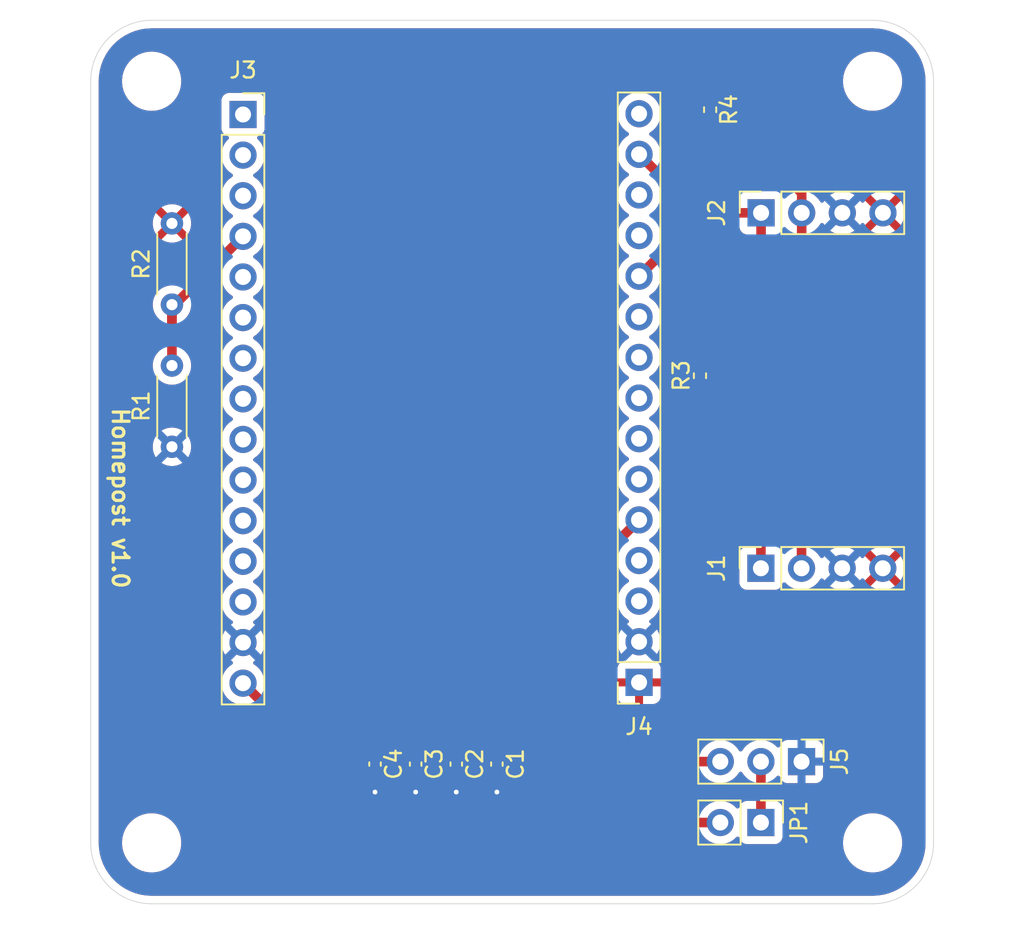
<source format=kicad_pcb>
(kicad_pcb (version 20241229) (generator "pcbnew") (generator_version "9.0")
  (layers (0 "F.Cu" signal) (2 "B.Cu" signal) (13 "F.Paste" user) (15 "B.Paste" user) (5 "F.SilkS" user "F.Silkscreen") (7 "B.SilkS" user "B.Silkscreen") (1 "F.Mask" user) (3 "B.Mask" user) (25 "Edge.Cuts" user))
  (net 0 "")
  (net 1 "+3.3V")
  (net 2 "/I2C_SDA")
  (net 3 "/I2C_SCL")
  (net 4 "GND")
  (net 5 "+5V")
  (net 6 "VCC")
  (net 7 "/PHOTORESISTOR_IN")
  (net 8 "/GEIGER_COUNTER_IN")
  (footprint "MountingHole:MountingHole_3.2mm_M3" (layer "F.Cu") (at 139.7 131.445)
    (property "Reference" "REF**" (hide yes))
    (property "Value" "MountingHole_3.2mm_M3")
    (pad "" np_thru_hole circle (at 0 0) (size 3.2 3.2) (drill 3.2) (layers "*.Cu" "*.Mask"))
  )
  (footprint "Capacitor_SMD:C_0402_1005Metric" (layer "F.Cu") (at 108.585 126.52 -90)
    (property "Reference" "C4" (at 0 -1.16 90) (layer "F.SilkS"))
    (property "Value" "100n")
    (fp_line (start -0.107836 0.36) (end 0.107836 0.36) (stroke (width 0.12)) (layer "F.SilkS"))
    (fp_line (start -0.107836 -0.36) (end 0.107836 -0.36) (stroke (width 0.12)) (layer "F.SilkS"))
    (pad "1" smd roundrect (at -0.48 0 270) (size 0.56 0.62) (layers "F.Cu" "F.Mask" "F.Paste") (net 6 "VCC"))
    (pad "2" smd roundrect (at 0.48 0 270) (size 0.56 0.62) (layers "F.Cu" "F.Mask" "F.Paste") (net 4 "GND"))
  )
  (footprint "Capacitor_SMD:C_0402_1005Metric" (layer "F.Cu") (at 116.205 126.52 -90)
    (property "Reference" "C1" (at 0 -1.16 90) (layer "F.SilkS"))
    (property "Value" "100n")
    (fp_line (start -0.107836 0.36) (end 0.107836 0.36) (stroke (width 0.12)) (layer "F.SilkS"))
    (fp_line (start -0.107836 -0.36) (end 0.107836 -0.36) (stroke (width 0.12)) (layer "F.SilkS"))
    (pad "1" smd roundrect (at -0.48 0 270) (size 0.56 0.62) (layers "F.Cu" "F.Mask" "F.Paste") (net 6 "VCC"))
    (pad "2" smd roundrect (at 0.48 0 270) (size 0.56 0.62) (layers "F.Cu" "F.Mask" "F.Paste") (net 4 "GND"))
  )
  (footprint "Resistor_SMD:R_0402_1005Metric" (layer "F.Cu") (at 129.54 85.6 -90)
    (property "Reference" "R4" (at 0 -1.17 90) (layer "F.SilkS"))
    (property "Value" "1k5")
    (fp_line (start -0.153641 0.38) (end 0.153641 0.38) (stroke (width 0.12)) (layer "F.SilkS"))
    (fp_line (start -0.153641 -0.38) (end 0.153641 -0.38) (stroke (width 0.12)) (layer "F.SilkS"))
    (pad "1" smd roundrect (at -0.51 0 270) (size 0.54 0.64) (layers "F.Cu" "F.Mask" "F.Paste") (net 1 "+3.3V"))
    (pad "2" smd roundrect (at 0.51 0 270) (size 0.54 0.64) (layers "F.Cu" "F.Mask" "F.Paste") (net 3 "/I2C_SCL"))
  )
  (footprint "MountingHole:MountingHole_3.2mm_M3" (layer "F.Cu") (at 139.7 83.82)
    (property "Reference" "REF**" (hide yes))
    (property "Value" "MountingHole_3.2mm_M3")
    (pad "" np_thru_hole circle (at 0 0) (size 3.2 3.2) (drill 3.2) (layers "*.Cu" "*.Mask"))
  )
  (footprint "MountingHole:MountingHole_3.2mm_M3" (layer "F.Cu") (at 94.615 131.445)
    (property "Reference" "REF**" (hide yes))
    (property "Value" "MountingHole_3.2mm_M3")
    (pad "" np_thru_hole circle (at 0 0) (size 3.2 3.2) (drill 3.2) (layers "*.Cu" "*.Mask"))
  )
  (footprint "Connector_PinSocket_2.54mm:PinSocket_1x15_P2.54mm_Vertical" (layer "F.Cu") (at 100.33 85.9)
    (property "Reference" "J3" (at 0 -2.77 0) (layer "F.SilkS"))
    (property "Value" "ESP_32_LEFT")
    (fp_line (start -1.33 1.27) (end -1.33 36.89) (stroke (width 0.12)) (layer "F.SilkS"))
    (fp_line (start -1.33 1.27) (end 1.33 1.27) (stroke (width 0.12)) (layer "F.SilkS"))
    (fp_line (start -1.33 36.89) (end 1.33 36.89) (stroke (width 0.12)) (layer "F.SilkS"))
    (fp_line (start 0 -1.33) (end 1.33 -1.33) (stroke (width 0.12)) (layer "F.SilkS"))
    (fp_line (start 1.33 -1.33) (end 1.33 0) (stroke (width 0.12)) (layer "F.SilkS"))
    (fp_line (start 1.33 1.27) (end 1.33 36.89) (stroke (width 0.12)) (layer "F.SilkS"))
    (pad "1" thru_hole rect (at 0 0) (size 1.7 1.7) (drill 1) (layers "*.Cu" "*.Mask"))
    (pad "2" thru_hole circle (at 0 2.54) (size 1.7 1.7) (drill 1) (layers "*.Cu" "*.Mask"))
    (pad "3" thru_hole circle (at 0 5.08) (size 1.7 1.7) (drill 1) (layers "*.Cu" "*.Mask"))
    (pad "4" thru_hole circle (at 0 7.62) (size 1.7 1.7) (drill 1) (layers "*.Cu" "*.Mask") (net 7 "/PHOTORESISTOR_IN"))
    (pad "5" thru_hole circle (at 0 10.16) (size 1.7 1.7) (drill 1) (layers "*.Cu" "*.Mask"))
    (pad "6" thru_hole circle (at 0 12.7) (size 1.7 1.7) (drill 1) (layers "*.Cu" "*.Mask"))
    (pad "7" thru_hole circle (at 0 15.24) (size 1.7 1.7) (drill 1) (layers "*.Cu" "*.Mask"))
    (pad "8" thru_hole circle (at 0 17.78) (size 1.7 1.7) (drill 1) (layers "*.Cu" "*.Mask"))
    (pad "9" thru_hole circle (at 0 20.32) (size 1.7 1.7) (drill 1) (layers "*.Cu" "*.Mask"))
    (pad "10" thru_hole circle (at 0 22.86) (size 1.7 1.7) (drill 1) (layers "*.Cu" "*.Mask"))
    (pad "11" thru_hole circle (at 0 25.4) (size 1.7 1.7) (drill 1) (layers "*.Cu" "*.Mask"))
    (pad "12" thru_hole circle (at 0 27.94) (size 1.7 1.7) (drill 1) (layers "*.Cu" "*.Mask"))
    (pad "13" thru_hole circle (at 0 30.48) (size 1.7 1.7) (drill 1) (layers "*.Cu" "*.Mask"))
    (pad "14" thru_hole circle (at 0 33.02) (size 1.7 1.7) (drill 1) (layers "*.Cu" "*.Mask") (net 4 "GND"))
    (pad "15" thru_hole circle (at 0 35.56) (size 1.7 1.7) (drill 1) (layers "*.Cu" "*.Mask") (net 6 "VCC"))
  )
  (footprint "Connector_PinSocket_2.54mm:PinSocket_1x15_P2.54mm_Vertical" (layer "F.Cu") (at 125.095 121.412 180)
    (property "Reference" "J4" (at 0 -2.77 0) (layer "F.SilkS"))
    (property "Value" "ESP_32_RIGHT")
    (fp_line (start 1.33 1.27) (end 1.33 36.89) (stroke (width 0.12)) (layer "F.SilkS"))
    (fp_line (start 1.33 -1.33) (end 1.33 0) (stroke (width 0.12)) (layer "F.SilkS"))
    (fp_line (start 0 -1.33) (end 1.33 -1.33) (stroke (width 0.12)) (layer "F.SilkS"))
    (fp_line (start -1.33 36.89) (end 1.33 36.89) (stroke (width 0.12)) (layer "F.SilkS"))
    (fp_line (start -1.33 1.27) (end 1.33 1.27) (stroke (width 0.12)) (layer "F.SilkS"))
    (fp_line (start -1.33 1.27) (end -1.33 36.89) (stroke (width 0.12)) (layer "F.SilkS"))
    (pad "1" thru_hole rect (at 0 0 180) (size 1.7 1.7) (drill 1) (layers "*.Cu" "*.Mask") (net 1 "+3.3V"))
    (pad "2" thru_hole circle (at 0 2.54 180) (size 1.7 1.7) (drill 1) (layers "*.Cu" "*.Mask") (net 4 "GND"))
    (pad "3" thru_hole circle (at 0 5.08 180) (size 1.7 1.7) (drill 1) (layers "*.Cu" "*.Mask"))
    (pad "4" thru_hole circle (at 0 7.62 180) (size 1.7 1.7) (drill 1) (layers "*.Cu" "*.Mask"))
    (pad "5" thru_hole circle (at 0 10.16 180) (size 1.7 1.7) (drill 1) (layers "*.Cu" "*.Mask") (net 8 "/GEIGER_COUNTER_IN"))
    (pad "6" thru_hole circle (at 0 12.7 180) (size 1.7 1.7) (drill 1) (layers "*.Cu" "*.Mask"))
    (pad "7" thru_hole circle (at 0 15.24 180) (size 1.7 1.7) (drill 1) (layers "*.Cu" "*.Mask"))
    (pad "8" thru_hole circle (at 0 17.78 180) (size 1.7 1.7) (drill 1) (layers "*.Cu" "*.Mask"))
    (pad "9" thru_hole circle (at 0 20.32 180) (size 1.7 1.7) (drill 1) (layers "*.Cu" "*.Mask"))
    (pad "10" thru_hole circle (at 0 22.86 180) (size 1.7 1.7) (drill 1) (layers "*.Cu" "*.Mask"))
    (pad "11" thru_hole circle (at 0 25.4 180) (size 1.7 1.7) (drill 1) (layers "*.Cu" "*.Mask") (net 2 "/I2C_SDA"))
    (pad "12" thru_hole circle (at 0 27.94 180) (size 1.7 1.7) (drill 1) (layers "*.Cu" "*.Mask"))
    (pad "13" thru_hole circle (at 0 30.48 180) (size 1.7 1.7) (drill 1) (layers "*.Cu" "*.Mask"))
    (pad "14" thru_hole circle (at 0 33.02 180) (size 1.7 1.7) (drill 1) (layers "*.Cu" "*.Mask") (net 3 "/I2C_SCL"))
    (pad "15" thru_hole circle (at 0 35.56 180) (size 1.7 1.7) (drill 1) (layers "*.Cu" "*.Mask"))
  )
  (footprint "Resistor_THT:R_Axial_DIN0204_L3.6mm_D1.6mm_P5.08mm_Horizontal" (layer "F.Cu") (at 95.885 106.68 90)
    (property "Reference" "R1" (at 2.54 -1.92 90) (layer "F.SilkS"))
    (property "Value" "10k")
    (fp_line (start 0.62 -0.92) (end 4.46 -0.92) (stroke (width 0.12)) (layer "F.SilkS"))
    (fp_line (start 0.62 0.92) (end 4.46 0.92) (stroke (width 0.12)) (layer "F.SilkS"))
    (pad "1" thru_hole circle (at 0 0 90) (size 1.4 1.4) (drill 0.7) (layers "*.Cu" "*.Mask") (net 4 "GND"))
    (pad "2" thru_hole circle (at 5.08 0 90) (size 1.4 1.4) (drill 0.7) (layers "*.Cu" "*.Mask") (net 7 "/PHOTORESISTOR_IN"))
  )
  (footprint "Connector_PinHeader_2.54mm:PinHeader_1x02_P2.54mm_Vertical" (layer "F.Cu") (at 132.715 130.175 -90)
    (property "Reference" "JP1" (at 0 -2.38 90) (layer "F.SilkS"))
    (property "Value" "PWR_JMP")
    (fp_line (start -1.38 3.92) (end 1.38 3.92) (stroke (width 0.12)) (layer "F.SilkS"))
    (fp_line (start -1.38 1.27) (end -1.38 3.92) (stroke (width 0.12)) (layer "F.SilkS"))
    (fp_line (start -1.38 1.27) (end 1.38 1.27) (stroke (width 0.12)) (layer "F.SilkS"))
    (fp_line (start 1.38 1.27) (end 1.38 3.92) (stroke (width 0.12)) (layer "F.SilkS"))
    (fp_line (start -1.38 0) (end -1.38 -1.38) (stroke (width 0.12)) (layer "F.SilkS"))
    (fp_line (start -1.38 -1.38) (end 0 -1.38) (stroke (width 0.12)) (layer "F.SilkS"))
    (pad "1" thru_hole rect (at 0 0 270) (size 1.7 1.7) (drill 1) (layers "*.Cu" "*.Mask") (net 5 "+5V"))
    (pad "2" thru_hole circle (at 0 2.54 270) (size 1.7 1.7) (drill 1) (layers "*.Cu" "*.Mask") (net 6 "VCC"))
  )
  (footprint "Connector_PinSocket_2.54mm:PinSocket_1x04_P2.54mm_Vertical" (layer "F.Cu") (at 132.715 114.275 90)
    (property "Reference" "J1" (at 0 -2.77 90) (layer "F.SilkS"))
    (property "Value" "HTU21_CONN")
    (fp_line (start 1.33 -1.33) (end 1.33 0) (stroke (width 0.12)) (layer "F.SilkS"))
    (fp_line (start 0 -1.33) (end 1.33 -1.33) (stroke (width 0.12)) (layer "F.SilkS"))
    (fp_line (start 1.33 1.27) (end 1.33 8.95) (stroke (width 0.12)) (layer "F.SilkS"))
    (fp_line (start -1.33 1.27) (end 1.33 1.27) (stroke (width 0.12)) (layer "F.SilkS"))
    (fp_line (start -1.33 1.27) (end -1.33 8.95) (stroke (width 0.12)) (layer "F.SilkS"))
    (fp_line (start -1.33 8.95) (end 1.33 8.95) (stroke (width 0.12)) (layer "F.SilkS"))
    (pad "1" thru_hole rect (at 0 0 90) (size 1.7 1.7) (drill 1) (layers "*.Cu" "*.Mask") (net 2 "/I2C_SDA"))
    (pad "2" thru_hole circle (at 0 2.54 90) (size 1.7 1.7) (drill 1) (layers "*.Cu" "*.Mask") (net 3 "/I2C_SCL"))
    (pad "3" thru_hole circle (at 0 5.08 90) (size 1.7 1.7) (drill 1) (layers "*.Cu" "*.Mask") (net 4 "GND"))
    (pad "4" thru_hole circle (at 0 7.62 90) (size 1.7 1.7) (drill 1) (layers "*.Cu" "*.Mask") (net 1 "+3.3V"))
  )
  (footprint "Resistor_THT:R_Axial_DIN0204_L3.6mm_D1.6mm_P5.08mm_Horizontal" (layer "F.Cu") (at 95.885 97.79 90)
    (property "Reference" "R2" (at 2.54 -1.92 90) (layer "F.SilkS"))
    (property "Value" "R_Photo")
    (fp_line (start 0.62 -0.92) (end 4.46 -0.92) (stroke (width 0.12)) (layer "F.SilkS"))
    (fp_line (start 0.62 0.92) (end 4.46 0.92) (stroke (width 0.12)) (layer "F.SilkS"))
    (pad "1" thru_hole circle (at 0 0 90) (size 1.4 1.4) (drill 0.7) (layers "*.Cu" "*.Mask") (net 7 "/PHOTORESISTOR_IN"))
    (pad "2" thru_hole circle (at 5.08 0 90) (size 1.4 1.4) (drill 0.7) (layers "*.Cu" "*.Mask") (net 1 "+3.3V"))
  )
  (footprint "Connector_PinHeader_2.54mm:PinHeader_1x03_P2.54mm_Vertical" (layer "F.Cu") (at 135.255 126.365 -90)
    (property "Reference" "J5" (at 0 -2.38 90) (layer "F.SilkS"))
    (property "Value" "GEIGER_CONN")
    (fp_line (start -1.38 6.46) (end 1.38 6.46) (stroke (width 0.12)) (layer "F.SilkS"))
    (fp_line (start -1.38 1.27) (end -1.38 6.46) (stroke (width 0.12)) (layer "F.SilkS"))
    (fp_line (start -1.38 1.27) (end 1.38 1.27) (stroke (width 0.12)) (layer "F.SilkS"))
    (fp_line (start 1.38 1.27) (end 1.38 6.46) (stroke (width 0.12)) (layer "F.SilkS"))
    (fp_line (start -1.38 0) (end -1.38 -1.38) (stroke (width 0.12)) (layer "F.SilkS"))
    (fp_line (start -1.38 -1.38) (end 0 -1.38) (stroke (width 0.12)) (layer "F.SilkS"))
    (pad "1" thru_hole rect (at 0 0 270) (size 1.7 1.7) (drill 1) (layers "*.Cu" "*.Mask") (net 4 "GND"))
    (pad "2" thru_hole circle (at 0 2.54 270) (size 1.7 1.7) (drill 1) (layers "*.Cu" "*.Mask") (net 5 "+5V"))
    (pad "3" thru_hole circle (at 0 5.08 270) (size 1.7 1.7) (drill 1) (layers "*.Cu" "*.Mask") (net 8 "/GEIGER_COUNTER_IN"))
  )
  (footprint "Resistor_SMD:R_0402_1005Metric" (layer "F.Cu") (at 128.905 102.235 90)
    (property "Reference" "R3" (at 0 -1.17 90) (layer "F.SilkS"))
    (property "Value" "1k5")
    (fp_line (start -0.153641 -0.38) (end 0.153641 -0.38) (stroke (width 0.12)) (layer "F.SilkS"))
    (fp_line (start -0.153641 0.38) (end 0.153641 0.38) (stroke (width 0.12)) (layer "F.SilkS"))
    (pad "1" smd roundrect (at -0.51 0 90) (size 0.54 0.64) (layers "F.Cu" "F.Mask" "F.Paste") (net 1 "+3.3V"))
    (pad "2" smd roundrect (at 0.51 0 90) (size 0.54 0.64) (layers "F.Cu" "F.Mask" "F.Paste") (net 2 "/I2C_SDA"))
  )
  (footprint "Capacitor_SMD:C_0402_1005Metric" (layer "F.Cu") (at 111.125 126.52 -90)
    (property "Reference" "C3" (at 0 -1.16 90) (layer "F.SilkS"))
    (property "Value" "100n")
    (fp_line (start -0.107836 0.36) (end 0.107836 0.36) (stroke (width 0.12)) (layer "F.SilkS"))
    (fp_line (start -0.107836 -0.36) (end 0.107836 -0.36) (stroke (width 0.12)) (layer "F.SilkS"))
    (pad "1" smd roundrect (at -0.48 0 270) (size 0.56 0.62) (layers "F.Cu" "F.Mask" "F.Paste") (net 6 "VCC"))
    (pad "2" smd roundrect (at 0.48 0 270) (size 0.56 0.62) (layers "F.Cu" "F.Mask" "F.Paste") (net 4 "GND"))
  )
  (footprint "Capacitor_SMD:C_0402_1005Metric" (layer "F.Cu") (at 113.665 126.52 -90)
    (property "Reference" "C2" (at 0 -1.16 90) (layer "F.SilkS"))
    (property "Value" "100n")
    (fp_line (start -0.107836 0.36) (end 0.107836 0.36) (stroke (width 0.12)) (layer "F.SilkS"))
    (fp_line (start -0.107836 -0.36) (end 0.107836 -0.36) (stroke (width 0.12)) (layer "F.SilkS"))
    (pad "1" smd roundrect (at -0.48 0 270) (size 0.56 0.62) (layers "F.Cu" "F.Mask" "F.Paste") (net 6 "VCC"))
    (pad "2" smd roundrect (at 0.48 0 270) (size 0.56 0.62) (layers "F.Cu" "F.Mask" "F.Paste") (net 4 "GND"))
  )
  (footprint "MountingHole:MountingHole_3.2mm_M3" (layer "F.Cu") (at 94.615 83.82)
    (property "Reference" "REF**" (hide yes))
    (property "Value" "MountingHole_3.2mm_M3")
    (pad "" np_thru_hole circle (at 0 0) (size 3.2 3.2) (drill 3.2) (layers "*.Cu" "*.Mask"))
  )
  (footprint "Connector_PinSocket_2.54mm:PinSocket_1x04_P2.54mm_Vertical" (layer "F.Cu") (at 132.725 92.05 90)
    (property "Reference" "J2" (at 0 -2.77 90) (layer "F.SilkS"))
    (property "Value" "BMP180_CONN")
    (fp_line (start 1.33 -1.33) (end 1.33 0) (stroke (width 0.12)) (layer "F.SilkS"))
    (fp_line (start 0 -1.33) (end 1.33 -1.33) (stroke (width 0.12)) (layer "F.SilkS"))
    (fp_line (start 1.33 1.27) (end 1.33 8.95) (stroke (width 0.12)) (layer "F.SilkS"))
    (fp_line (start -1.33 1.27) (end 1.33 1.27) (stroke (width 0.12)) (layer "F.SilkS"))
    (fp_line (start -1.33 1.27) (end -1.33 8.95) (stroke (width 0.12)) (layer "F.SilkS"))
    (fp_line (start -1.33 8.95) (end 1.33 8.95) (stroke (width 0.12)) (layer "F.SilkS"))
    (pad "1" thru_hole rect (at 0 0 90) (size 1.7 1.7) (drill 1) (layers "*.Cu" "*.Mask") (net 2 "/I2C_SDA"))
    (pad "2" thru_hole circle (at 0 2.54 90) (size 1.7 1.7) (drill 1) (layers "*.Cu" "*.Mask") (net 3 "/I2C_SCL"))
    (pad "3" thru_hole circle (at 0 5.08 90) (size 1.7 1.7) (drill 1) (layers "*.Cu" "*.Mask") (net 4 "GND"))
    (pad "4" thru_hole circle (at 0 7.62 90) (size 1.7 1.7) (drill 1) (layers "*.Cu" "*.Mask") (net 1 "+3.3V"))
  )
  (gr_arc (start 90.805 83.82) (mid 91.920923 81.125923) (end 94.615 80.01) (stroke (width 0.05)) (layer "Edge.Cuts"))
  (gr_line (start 143.51 83.82) (end 143.51 131.445) (stroke (width 0.05)) (layer "Edge.Cuts"))
  (gr_arc (start 139.7 80.01) (mid 142.394077 81.125923) (end 143.51 83.82) (stroke (width 0.05)) (layer "Edge.Cuts"))
  (gr_line (start 139.7 135.255) (end 94.615 135.255) (stroke (width 0.05)) (layer "Edge.Cuts"))
  (gr_arc (start 94.615 135.255) (mid 91.920923 134.139077) (end 90.805 131.445) (stroke (width 0.05)) (layer "Edge.Cuts"))
  (gr_arc (start 143.51 131.445) (mid 142.394077 134.139077) (end 139.7 135.255) (stroke (width 0.05)) (layer "Edge.Cuts"))
  (gr_line (start 94.615 80.01) (end 139.7 80.01) (stroke (width 0.05)) (layer "Edge.Cuts"))
  (gr_line (start 90.805 131.445) (end 90.805 83.82) (stroke (width 0.05)) (layer "Edge.Cuts"))
  (gr_text "Homepost v1.0" (at 92.075 104.14 270) (layer "F.SilkS") (effects (font (size 1 1) (thickness 0.2) (bold yes)) (justify left bottom)))
  (segment (start 129.057 92.05) (end 125.095 96.012) (width 0.6) (layer "F.Cu") (net 2))
  (segment (start 132.715 96.52) (end 132.725 96.51) (width 0.6) (layer "F.Cu") (net 2))
  (segment (start 132.725 96.51) (end 132.725 92.05) (width 0.6) (layer "F.Cu") (net 2))
  (segment (start 128.905 92.202) (end 129.057 92.05) (width 0.6) (layer "F.Cu") (net 2))
  (segment (start 132.715 114.275) (end 132.715 96.52) (width 0.6) (layer "F.Cu") (net 2))
  (segment (start 132.725 92.05) (end 129.057 92.05) (width 0.6) (layer "F.Cu") (net 2))
  (segment (start 128.905 101.725) (end 128.905 92.202) (width 0.6) (layer "F.Cu") (net 2))
  (segment (start 129.54 90.17) (end 126.873 90.17) (width 0.6) (layer "F.Cu") (net 3))
  (segment (start 134.62 90.17) (end 129.54 90.17) (width 0.6) (layer "F.Cu") (net 3))
  (segment (start 135.265 92.05) (end 135.265 90.815) (width 0.6) (layer "F.Cu") (net 3))
  (segment (start 126.873 90.17) (end 125.095 88.392) (width 0.6) (layer "F.Cu") (net 3))
  (segment (start 135.255 96.52) (end 135.265 96.51) (width 0.6) (layer "F.Cu") (net 3))
  (segment (start 135.265 90.815) (end 134.62 90.17) (width 0.6) (layer "F.Cu") (net 3))
  (segment (start 129.54 90.17) (end 129.54 86.11) (width 0.6) (layer "F.Cu") (net 3))
  (segment (start 135.265 96.51) (end 135.265 92.05) (width 0.6) (layer "F.Cu") (net 3))
  (segment (start 135.255 96.52) (end 135.255 114.275) (width 0.6) (layer "F.Cu") (net 3))
  (segment (start 111.125 127) (end 111.125 128.27) (width 0.2) (layer "F.Cu") (net 4))
  (segment (start 108.585 127) (end 108.585 128.27) (width 0.2) (layer "F.Cu") (net 4))
  (segment (start 116.205 127) (end 116.205 128.27) (width 0.2) (layer "F.Cu") (net 4))
  (segment (start 113.665 127) (end 113.665 128.27) (width 0.2) (layer "F.Cu") (net 4))
  (via (at 116.205 128.27) (size 0.6) (drill 0.3) (layers "F.Cu" "B.Cu") (net 4))
  (via (at 111.125 128.27) (size 0.6) (drill 0.3) (layers "F.Cu" "B.Cu") (net 4))
  (via (at 108.585 128.27) (size 0.6) (drill 0.3) (layers "F.Cu" "B.Cu") (net 4))
  (via (at 113.665 128.27) (size 0.6) (drill 0.3) (layers "F.Cu" "B.Cu") (net 4))
  (segment (start 132.715 126.365) (end 132.715 130.175) (width 0.6) (layer "F.Cu") (net 5))
  (segment (start 108.585 126.04) (end 104.91 126.04) (width 0.6) (layer "F.Cu") (net 6))
  (segment (start 117.15 126.04) (end 121.285 130.175) (width 0.6) (layer "F.Cu") (net 6))
  (segment (start 113.665 126.04) (end 111.125 126.04) (width 0.6) (layer "F.Cu") (net 6))
  (segment (start 104.91 126.04) (end 100.33 121.46) (width 0.6) (layer "F.Cu") (net 6))
  (segment (start 116.205 126.04) (end 113.665 126.04) (width 0.6) (layer "F.Cu") (net 6))
  (segment (start 111.125 126.04) (end 108.585 126.04) (width 0.6) (layer "F.Cu") (net 6))
  (segment (start 121.285 130.175) (end 130.175 130.175) (width 0.6) (layer "F.Cu") (net 6))
  (segment (start 116.205 126.04) (end 117.15 126.04) (width 0.6) (layer "F.Cu") (net 6))
  (segment (start 95.885 97.965) (end 100.33 93.52) (width 0.6) (layer "F.Cu") (net 7))
  (segment (start 95.885 99.695) (end 95.885 97.965) (width 0.6) (layer "F.Cu") (net 7))
  (segment (start 95.885 99.695) (end 95.885 101.6) (width 0.6) (layer "F.Cu") (net 7))
  (segment (start 95.885 97.79) (end 95.885 99.695) (width 0.6) (layer "F.Cu") (net 7))
  (segment (start 121.285 115.062) (end 125.095 111.252) (width 0.6) (layer "F.Cu") (net 8))
  (segment (start 130.175 126.365) (end 125.095 126.365) (width 0.6) (layer "F.Cu") (net 8))
  (segment (start 121.285 122.555) (end 121.285 115.062) (width 0.6) (layer "F.Cu") (net 8))
  (segment (start 125.095 126.365) (end 121.285 122.555) (width 0.6) (layer "F.Cu") (net 8))
  (zone (net 1) (net_name "+3.3V") (layer "F.Cu") (priority 1) (connect_pads (clearance 0.5)) (min_thickness 0.25) (fill yes (thermal_gap 0.5) (thermal_bridge_width 0.5))
    (polygon (pts (xy 86.36 78.74) (xy 148.59 78.74) (xy 148.59 137.16) (xy 86.36 137.16)))
  )
  (zone (net 4) (net_name "GND") (layer "B.Cu") (connect_pads (clearance 0.5)) (min_thickness 0.25) (fill yes (thermal_gap 0.5) (thermal_bridge_width 0.5))
    (polygon (pts (xy 147.955 79.510638) (xy 147.955 136.025638) (xy 86.995 136.025638) (xy 86.995 79.510638)))
  )
)
</source>
